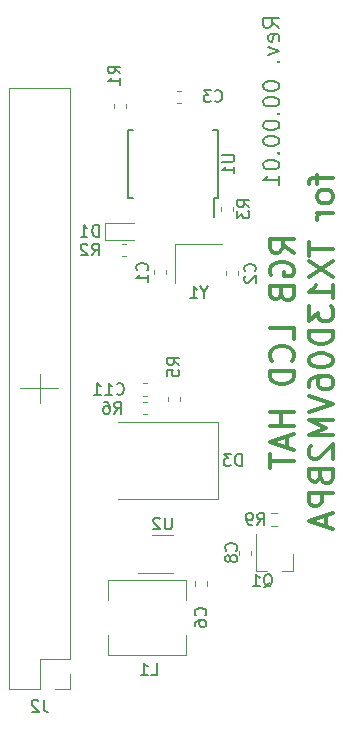
<source format=gbo>
G04 #@! TF.GenerationSoftware,KiCad,Pcbnew,(5.1.4)-1*
G04 #@! TF.CreationDate,2021-02-21T00:03:44+01:00*
G04 #@! TF.ProjectId,rgb_lcd_pihat,7267625f-6c63-4645-9f70-696861742e6b,rev?*
G04 #@! TF.SameCoordinates,Original*
G04 #@! TF.FileFunction,Legend,Bot*
G04 #@! TF.FilePolarity,Positive*
%FSLAX46Y46*%
G04 Gerber Fmt 4.6, Leading zero omitted, Abs format (unit mm)*
G04 Created by KiCad (PCBNEW (5.1.4)-1) date 2021-02-21 00:03:44*
%MOMM*%
%LPD*%
G04 APERTURE LIST*
%ADD10C,0.200000*%
%ADD11C,0.300000*%
%ADD12C,0.120000*%
%ADD13C,0.150000*%
G04 APERTURE END LIST*
D10*
X64033333Y-36966666D02*
X63366666Y-36500000D01*
X64033333Y-36166666D02*
X62633333Y-36166666D01*
X62633333Y-36700000D01*
X62700000Y-36833333D01*
X62766666Y-36900000D01*
X62900000Y-36966666D01*
X63100000Y-36966666D01*
X63233333Y-36900000D01*
X63300000Y-36833333D01*
X63366666Y-36700000D01*
X63366666Y-36166666D01*
X63966666Y-38100000D02*
X64033333Y-37966666D01*
X64033333Y-37700000D01*
X63966666Y-37566666D01*
X63833333Y-37500000D01*
X63300000Y-37500000D01*
X63166666Y-37566666D01*
X63100000Y-37700000D01*
X63100000Y-37966666D01*
X63166666Y-38100000D01*
X63300000Y-38166666D01*
X63433333Y-38166666D01*
X63566666Y-37500000D01*
X63100000Y-38633333D02*
X64033333Y-38966666D01*
X63100000Y-39300000D01*
X63900000Y-39833333D02*
X63966666Y-39900000D01*
X64033333Y-39833333D01*
X63966666Y-39766666D01*
X63900000Y-39833333D01*
X64033333Y-39833333D01*
X62633333Y-41833333D02*
X62633333Y-41966666D01*
X62700000Y-42099999D01*
X62766666Y-42166666D01*
X62900000Y-42233333D01*
X63166666Y-42299999D01*
X63500000Y-42299999D01*
X63766666Y-42233333D01*
X63900000Y-42166666D01*
X63966666Y-42099999D01*
X64033333Y-41966666D01*
X64033333Y-41833333D01*
X63966666Y-41699999D01*
X63900000Y-41633333D01*
X63766666Y-41566666D01*
X63500000Y-41499999D01*
X63166666Y-41499999D01*
X62900000Y-41566666D01*
X62766666Y-41633333D01*
X62700000Y-41699999D01*
X62633333Y-41833333D01*
X62633333Y-43166666D02*
X62633333Y-43299999D01*
X62700000Y-43433333D01*
X62766666Y-43499999D01*
X62900000Y-43566666D01*
X63166666Y-43633333D01*
X63500000Y-43633333D01*
X63766666Y-43566666D01*
X63900000Y-43499999D01*
X63966666Y-43433333D01*
X64033333Y-43299999D01*
X64033333Y-43166666D01*
X63966666Y-43033333D01*
X63900000Y-42966666D01*
X63766666Y-42899999D01*
X63500000Y-42833333D01*
X63166666Y-42833333D01*
X62900000Y-42899999D01*
X62766666Y-42966666D01*
X62700000Y-43033333D01*
X62633333Y-43166666D01*
X63900000Y-44233333D02*
X63966666Y-44299999D01*
X64033333Y-44233333D01*
X63966666Y-44166666D01*
X63900000Y-44233333D01*
X64033333Y-44233333D01*
X62633333Y-45166666D02*
X62633333Y-45299999D01*
X62700000Y-45433333D01*
X62766666Y-45499999D01*
X62900000Y-45566666D01*
X63166666Y-45633333D01*
X63500000Y-45633333D01*
X63766666Y-45566666D01*
X63900000Y-45499999D01*
X63966666Y-45433333D01*
X64033333Y-45299999D01*
X64033333Y-45166666D01*
X63966666Y-45033333D01*
X63900000Y-44966666D01*
X63766666Y-44899999D01*
X63500000Y-44833333D01*
X63166666Y-44833333D01*
X62900000Y-44899999D01*
X62766666Y-44966666D01*
X62700000Y-45033333D01*
X62633333Y-45166666D01*
X62633333Y-46499999D02*
X62633333Y-46633333D01*
X62700000Y-46766666D01*
X62766666Y-46833333D01*
X62900000Y-46899999D01*
X63166666Y-46966666D01*
X63500000Y-46966666D01*
X63766666Y-46899999D01*
X63900000Y-46833333D01*
X63966666Y-46766666D01*
X64033333Y-46633333D01*
X64033333Y-46499999D01*
X63966666Y-46366666D01*
X63900000Y-46299999D01*
X63766666Y-46233333D01*
X63500000Y-46166666D01*
X63166666Y-46166666D01*
X62900000Y-46233333D01*
X62766666Y-46299999D01*
X62700000Y-46366666D01*
X62633333Y-46499999D01*
X63900000Y-47566666D02*
X63966666Y-47633333D01*
X64033333Y-47566666D01*
X63966666Y-47499999D01*
X63900000Y-47566666D01*
X64033333Y-47566666D01*
X62633333Y-48499999D02*
X62633333Y-48633333D01*
X62700000Y-48766666D01*
X62766666Y-48833333D01*
X62900000Y-48899999D01*
X63166666Y-48966666D01*
X63500000Y-48966666D01*
X63766666Y-48899999D01*
X63900000Y-48833333D01*
X63966666Y-48766666D01*
X64033333Y-48633333D01*
X64033333Y-48499999D01*
X63966666Y-48366666D01*
X63900000Y-48299999D01*
X63766666Y-48233333D01*
X63500000Y-48166666D01*
X63166666Y-48166666D01*
X62900000Y-48233333D01*
X62766666Y-48299999D01*
X62700000Y-48366666D01*
X62633333Y-48499999D01*
X64033333Y-50299999D02*
X64033333Y-49499999D01*
X64033333Y-49899999D02*
X62633333Y-49899999D01*
X62833333Y-49766666D01*
X62966666Y-49633333D01*
X63033333Y-49499999D01*
D11*
X65254761Y-56019047D02*
X64302380Y-55352380D01*
X65254761Y-54876190D02*
X63254761Y-54876190D01*
X63254761Y-55638095D01*
X63350000Y-55828571D01*
X63445238Y-55923809D01*
X63635714Y-56019047D01*
X63921428Y-56019047D01*
X64111904Y-55923809D01*
X64207142Y-55828571D01*
X64302380Y-55638095D01*
X64302380Y-54876190D01*
X63350000Y-57923809D02*
X63254761Y-57733333D01*
X63254761Y-57447619D01*
X63350000Y-57161904D01*
X63540476Y-56971428D01*
X63730952Y-56876190D01*
X64111904Y-56780952D01*
X64397619Y-56780952D01*
X64778571Y-56876190D01*
X64969047Y-56971428D01*
X65159523Y-57161904D01*
X65254761Y-57447619D01*
X65254761Y-57638095D01*
X65159523Y-57923809D01*
X65064285Y-58019047D01*
X64397619Y-58019047D01*
X64397619Y-57638095D01*
X64207142Y-59542857D02*
X64302380Y-59828571D01*
X64397619Y-59923809D01*
X64588095Y-60019047D01*
X64873809Y-60019047D01*
X65064285Y-59923809D01*
X65159523Y-59828571D01*
X65254761Y-59638095D01*
X65254761Y-58876190D01*
X63254761Y-58876190D01*
X63254761Y-59542857D01*
X63350000Y-59733333D01*
X63445238Y-59828571D01*
X63635714Y-59923809D01*
X63826190Y-59923809D01*
X64016666Y-59828571D01*
X64111904Y-59733333D01*
X64207142Y-59542857D01*
X64207142Y-58876190D01*
X65254761Y-63352380D02*
X65254761Y-62400000D01*
X63254761Y-62400000D01*
X65064285Y-65161904D02*
X65159523Y-65066666D01*
X65254761Y-64780952D01*
X65254761Y-64590476D01*
X65159523Y-64304761D01*
X64969047Y-64114285D01*
X64778571Y-64019047D01*
X64397619Y-63923809D01*
X64111904Y-63923809D01*
X63730952Y-64019047D01*
X63540476Y-64114285D01*
X63350000Y-64304761D01*
X63254761Y-64590476D01*
X63254761Y-64780952D01*
X63350000Y-65066666D01*
X63445238Y-65161904D01*
X65254761Y-66019047D02*
X63254761Y-66019047D01*
X63254761Y-66495238D01*
X63350000Y-66780952D01*
X63540476Y-66971428D01*
X63730952Y-67066666D01*
X64111904Y-67161904D01*
X64397619Y-67161904D01*
X64778571Y-67066666D01*
X64969047Y-66971428D01*
X65159523Y-66780952D01*
X65254761Y-66495238D01*
X65254761Y-66019047D01*
X65254761Y-69542857D02*
X63254761Y-69542857D01*
X64207142Y-69542857D02*
X64207142Y-70685714D01*
X65254761Y-70685714D02*
X63254761Y-70685714D01*
X64683333Y-71542857D02*
X64683333Y-72495238D01*
X65254761Y-71352380D02*
X63254761Y-72019047D01*
X65254761Y-72685714D01*
X63254761Y-73066666D02*
X63254761Y-74209523D01*
X65254761Y-73638095D02*
X63254761Y-73638095D01*
X67221428Y-49400000D02*
X67221428Y-50161904D01*
X68554761Y-49685714D02*
X66840476Y-49685714D01*
X66650000Y-49780952D01*
X66554761Y-49971428D01*
X66554761Y-50161904D01*
X68554761Y-51114285D02*
X68459523Y-50923809D01*
X68364285Y-50828571D01*
X68173809Y-50733333D01*
X67602380Y-50733333D01*
X67411904Y-50828571D01*
X67316666Y-50923809D01*
X67221428Y-51114285D01*
X67221428Y-51400000D01*
X67316666Y-51590476D01*
X67411904Y-51685714D01*
X67602380Y-51780952D01*
X68173809Y-51780952D01*
X68364285Y-51685714D01*
X68459523Y-51590476D01*
X68554761Y-51400000D01*
X68554761Y-51114285D01*
X68554761Y-52638095D02*
X67221428Y-52638095D01*
X67602380Y-52638095D02*
X67411904Y-52733333D01*
X67316666Y-52828571D01*
X67221428Y-53019047D01*
X67221428Y-53209523D01*
X66554761Y-55114285D02*
X66554761Y-56257142D01*
X68554761Y-55685714D02*
X66554761Y-55685714D01*
X66554761Y-56733333D02*
X68554761Y-58066666D01*
X66554761Y-58066666D02*
X68554761Y-56733333D01*
X68554761Y-59876190D02*
X68554761Y-58733333D01*
X68554761Y-59304761D02*
X66554761Y-59304761D01*
X66840476Y-59114285D01*
X67030952Y-58923809D01*
X67126190Y-58733333D01*
X66554761Y-60542857D02*
X66554761Y-61780952D01*
X67316666Y-61114285D01*
X67316666Y-61400000D01*
X67411904Y-61590476D01*
X67507142Y-61685714D01*
X67697619Y-61780952D01*
X68173809Y-61780952D01*
X68364285Y-61685714D01*
X68459523Y-61590476D01*
X68554761Y-61400000D01*
X68554761Y-60828571D01*
X68459523Y-60638095D01*
X68364285Y-60542857D01*
X68554761Y-62638095D02*
X66554761Y-62638095D01*
X66554761Y-63114285D01*
X66650000Y-63400000D01*
X66840476Y-63590476D01*
X67030952Y-63685714D01*
X67411904Y-63780952D01*
X67697619Y-63780952D01*
X68078571Y-63685714D01*
X68269047Y-63590476D01*
X68459523Y-63400000D01*
X68554761Y-63114285D01*
X68554761Y-62638095D01*
X66554761Y-65019047D02*
X66554761Y-65209523D01*
X66650000Y-65399999D01*
X66745238Y-65495238D01*
X66935714Y-65590476D01*
X67316666Y-65685714D01*
X67792857Y-65685714D01*
X68173809Y-65590476D01*
X68364285Y-65495238D01*
X68459523Y-65399999D01*
X68554761Y-65209523D01*
X68554761Y-65019047D01*
X68459523Y-64828571D01*
X68364285Y-64733333D01*
X68173809Y-64638095D01*
X67792857Y-64542857D01*
X67316666Y-64542857D01*
X66935714Y-64638095D01*
X66745238Y-64733333D01*
X66650000Y-64828571D01*
X66554761Y-65019047D01*
X66554761Y-67400000D02*
X66554761Y-67019047D01*
X66650000Y-66828571D01*
X66745238Y-66733333D01*
X67030952Y-66542857D01*
X67411904Y-66447619D01*
X68173809Y-66447619D01*
X68364285Y-66542857D01*
X68459523Y-66638095D01*
X68554761Y-66828571D01*
X68554761Y-67209523D01*
X68459523Y-67400000D01*
X68364285Y-67495238D01*
X68173809Y-67590476D01*
X67697619Y-67590476D01*
X67507142Y-67495238D01*
X67411904Y-67400000D01*
X67316666Y-67209523D01*
X67316666Y-66828571D01*
X67411904Y-66638095D01*
X67507142Y-66542857D01*
X67697619Y-66447619D01*
X66554761Y-68161904D02*
X68554761Y-68828571D01*
X66554761Y-69495238D01*
X68554761Y-70161904D02*
X66554761Y-70161904D01*
X67983333Y-70828571D01*
X66554761Y-71495238D01*
X68554761Y-71495238D01*
X66745238Y-72352380D02*
X66650000Y-72447619D01*
X66554761Y-72638095D01*
X66554761Y-73114285D01*
X66650000Y-73304761D01*
X66745238Y-73400000D01*
X66935714Y-73495238D01*
X67126190Y-73495238D01*
X67411904Y-73400000D01*
X68554761Y-72257142D01*
X68554761Y-73495238D01*
X67507142Y-75019047D02*
X67602380Y-75304761D01*
X67697619Y-75400000D01*
X67888095Y-75495238D01*
X68173809Y-75495238D01*
X68364285Y-75400000D01*
X68459523Y-75304761D01*
X68554761Y-75114285D01*
X68554761Y-74352380D01*
X66554761Y-74352380D01*
X66554761Y-75019047D01*
X66650000Y-75209523D01*
X66745238Y-75304761D01*
X66935714Y-75400000D01*
X67126190Y-75400000D01*
X67316666Y-75304761D01*
X67411904Y-75209523D01*
X67507142Y-75019047D01*
X67507142Y-74352380D01*
X68554761Y-76352380D02*
X66554761Y-76352380D01*
X66554761Y-77114285D01*
X66650000Y-77304761D01*
X66745238Y-77400000D01*
X66935714Y-77495238D01*
X67221428Y-77495238D01*
X67411904Y-77400000D01*
X67507142Y-77304761D01*
X67602380Y-77114285D01*
X67602380Y-76352380D01*
X67983333Y-78257142D02*
X67983333Y-79209523D01*
X68554761Y-78066666D02*
X66554761Y-78733333D01*
X68554761Y-79400000D01*
D12*
X63345276Y-79122500D02*
X63854724Y-79122500D01*
X63345276Y-78077500D02*
X63854724Y-78077500D01*
X65180000Y-82960000D02*
X64250000Y-82960000D01*
X62020000Y-82960000D02*
X62950000Y-82960000D01*
X62020000Y-82960000D02*
X62020000Y-79800000D01*
X65180000Y-82960000D02*
X65180000Y-81500000D01*
X51010000Y-43746267D02*
X51010000Y-43403733D01*
X49990000Y-43746267D02*
X49990000Y-43403733D01*
X55200000Y-58600000D02*
X55200000Y-55300000D01*
X55200000Y-55300000D02*
X59200000Y-55300000D01*
X43750000Y-68760000D02*
X43750000Y-66260000D01*
X42100000Y-67510000D02*
X45300000Y-67510000D01*
X45000000Y-92990000D02*
X46330000Y-92990000D01*
X46330000Y-92990000D02*
X46330000Y-91660000D01*
X43730000Y-92990000D02*
X43730000Y-90390000D01*
X43730000Y-90390000D02*
X46330000Y-90390000D01*
X46330000Y-90390000D02*
X46330000Y-42070000D01*
X41130000Y-42070000D02*
X46330000Y-42070000D01*
X41130000Y-92990000D02*
X41130000Y-42070000D01*
X41130000Y-92990000D02*
X43730000Y-92990000D01*
X52846267Y-67090000D02*
X52503733Y-67090000D01*
X52846267Y-68110000D02*
X52503733Y-68110000D01*
X53390000Y-57503733D02*
X53390000Y-57846267D01*
X54410000Y-57503733D02*
X54410000Y-57846267D01*
X59490000Y-57603733D02*
X59490000Y-57946267D01*
X60510000Y-57603733D02*
X60510000Y-57946267D01*
X55353733Y-42290000D02*
X55696267Y-42290000D01*
X55353733Y-43310000D02*
X55696267Y-43310000D01*
X57910000Y-83853733D02*
X57910000Y-84196267D01*
X56890000Y-83853733D02*
X56890000Y-84196267D01*
X60590000Y-81253733D02*
X60590000Y-81596267D01*
X61610000Y-81253733D02*
X61610000Y-81596267D01*
X51725000Y-54935000D02*
X49265000Y-54935000D01*
X49265000Y-54935000D02*
X49265000Y-53465000D01*
X49265000Y-53465000D02*
X51725000Y-53465000D01*
X49550000Y-83700000D02*
X49550000Y-85400000D01*
X56150000Y-83700000D02*
X49550000Y-83700000D01*
X56150000Y-85400000D02*
X56150000Y-83700000D01*
X56150000Y-90100000D02*
X56150000Y-88400000D01*
X49550000Y-90100000D02*
X56150000Y-90100000D01*
X49550000Y-88400000D02*
X49550000Y-90100000D01*
X51046267Y-55290000D02*
X50703733Y-55290000D01*
X51046267Y-56310000D02*
X50703733Y-56310000D01*
X60110000Y-52496267D02*
X60110000Y-52153733D01*
X59090000Y-52496267D02*
X59090000Y-52153733D01*
X54590000Y-68596267D02*
X54590000Y-68253733D01*
X55610000Y-68596267D02*
X55610000Y-68253733D01*
X52846267Y-68690000D02*
X52503733Y-68690000D01*
X52846267Y-69710000D02*
X52503733Y-69710000D01*
D13*
X58475000Y-51375000D02*
X58475000Y-52975000D01*
X51175000Y-51375000D02*
X51175000Y-45625000D01*
X58825000Y-51375000D02*
X58825000Y-45625000D01*
X51175000Y-51375000D02*
X51625000Y-51375000D01*
X51175000Y-45625000D02*
X51625000Y-45625000D01*
X58825000Y-45625000D02*
X58375000Y-45625000D01*
X58825000Y-51375000D02*
X58475000Y-51375000D01*
D12*
X55050000Y-83160000D02*
X52100000Y-83160000D01*
X53250000Y-79940000D02*
X55050000Y-79940000D01*
X58800000Y-70350000D02*
X50400000Y-70350000D01*
X58800000Y-76850000D02*
X50400000Y-76850000D01*
X58800000Y-76850000D02*
X58800000Y-70350000D01*
D13*
X62166666Y-79052380D02*
X62500000Y-78576190D01*
X62738095Y-79052380D02*
X62738095Y-78052380D01*
X62357142Y-78052380D01*
X62261904Y-78100000D01*
X62214285Y-78147619D01*
X62166666Y-78242857D01*
X62166666Y-78385714D01*
X62214285Y-78480952D01*
X62261904Y-78528571D01*
X62357142Y-78576190D01*
X62738095Y-78576190D01*
X61690476Y-79052380D02*
X61500000Y-79052380D01*
X61404761Y-79004761D01*
X61357142Y-78957142D01*
X61261904Y-78814285D01*
X61214285Y-78623809D01*
X61214285Y-78242857D01*
X61261904Y-78147619D01*
X61309523Y-78100000D01*
X61404761Y-78052380D01*
X61595238Y-78052380D01*
X61690476Y-78100000D01*
X61738095Y-78147619D01*
X61785714Y-78242857D01*
X61785714Y-78480952D01*
X61738095Y-78576190D01*
X61690476Y-78623809D01*
X61595238Y-78671428D01*
X61404761Y-78671428D01*
X61309523Y-78623809D01*
X61261904Y-78576190D01*
X61214285Y-78480952D01*
X62695238Y-84347619D02*
X62790476Y-84300000D01*
X62885714Y-84204761D01*
X63028571Y-84061904D01*
X63123809Y-84014285D01*
X63219047Y-84014285D01*
X63171428Y-84252380D02*
X63266666Y-84204761D01*
X63361904Y-84109523D01*
X63409523Y-83919047D01*
X63409523Y-83585714D01*
X63361904Y-83395238D01*
X63266666Y-83300000D01*
X63171428Y-83252380D01*
X62980952Y-83252380D01*
X62885714Y-83300000D01*
X62790476Y-83395238D01*
X62742857Y-83585714D01*
X62742857Y-83919047D01*
X62790476Y-84109523D01*
X62885714Y-84204761D01*
X62980952Y-84252380D01*
X63171428Y-84252380D01*
X61790476Y-84252380D02*
X62361904Y-84252380D01*
X62076190Y-84252380D02*
X62076190Y-83252380D01*
X62171428Y-83395238D01*
X62266666Y-83490476D01*
X62361904Y-83538095D01*
X50552380Y-40833333D02*
X50076190Y-40500000D01*
X50552380Y-40261904D02*
X49552380Y-40261904D01*
X49552380Y-40642857D01*
X49600000Y-40738095D01*
X49647619Y-40785714D01*
X49742857Y-40833333D01*
X49885714Y-40833333D01*
X49980952Y-40785714D01*
X50028571Y-40738095D01*
X50076190Y-40642857D01*
X50076190Y-40261904D01*
X50552380Y-41785714D02*
X50552380Y-41214285D01*
X50552380Y-41500000D02*
X49552380Y-41500000D01*
X49695238Y-41404761D01*
X49790476Y-41309523D01*
X49838095Y-41214285D01*
X57676190Y-59376190D02*
X57676190Y-59852380D01*
X58009523Y-58852380D02*
X57676190Y-59376190D01*
X57342857Y-58852380D01*
X56485714Y-59852380D02*
X57057142Y-59852380D01*
X56771428Y-59852380D02*
X56771428Y-58852380D01*
X56866666Y-58995238D01*
X56961904Y-59090476D01*
X57057142Y-59138095D01*
X44063333Y-93882380D02*
X44063333Y-94596666D01*
X44110952Y-94739523D01*
X44206190Y-94834761D01*
X44349047Y-94882380D01*
X44444285Y-94882380D01*
X43634761Y-93977619D02*
X43587142Y-93930000D01*
X43491904Y-93882380D01*
X43253809Y-93882380D01*
X43158571Y-93930000D01*
X43110952Y-93977619D01*
X43063333Y-94072857D01*
X43063333Y-94168095D01*
X43110952Y-94310952D01*
X43682380Y-94882380D01*
X43063333Y-94882380D01*
X50242857Y-67957142D02*
X50290476Y-68004761D01*
X50433333Y-68052380D01*
X50528571Y-68052380D01*
X50671428Y-68004761D01*
X50766666Y-67909523D01*
X50814285Y-67814285D01*
X50861904Y-67623809D01*
X50861904Y-67480952D01*
X50814285Y-67290476D01*
X50766666Y-67195238D01*
X50671428Y-67100000D01*
X50528571Y-67052380D01*
X50433333Y-67052380D01*
X50290476Y-67100000D01*
X50242857Y-67147619D01*
X49290476Y-68052380D02*
X49861904Y-68052380D01*
X49576190Y-68052380D02*
X49576190Y-67052380D01*
X49671428Y-67195238D01*
X49766666Y-67290476D01*
X49861904Y-67338095D01*
X48338095Y-68052380D02*
X48909523Y-68052380D01*
X48623809Y-68052380D02*
X48623809Y-67052380D01*
X48719047Y-67195238D01*
X48814285Y-67290476D01*
X48909523Y-67338095D01*
X52827142Y-57508333D02*
X52874761Y-57460714D01*
X52922380Y-57317857D01*
X52922380Y-57222619D01*
X52874761Y-57079761D01*
X52779523Y-56984523D01*
X52684285Y-56936904D01*
X52493809Y-56889285D01*
X52350952Y-56889285D01*
X52160476Y-56936904D01*
X52065238Y-56984523D01*
X51970000Y-57079761D01*
X51922380Y-57222619D01*
X51922380Y-57317857D01*
X51970000Y-57460714D01*
X52017619Y-57508333D01*
X52922380Y-58460714D02*
X52922380Y-57889285D01*
X52922380Y-58175000D02*
X51922380Y-58175000D01*
X52065238Y-58079761D01*
X52160476Y-57984523D01*
X52208095Y-57889285D01*
X61957142Y-57608333D02*
X62004761Y-57560714D01*
X62052380Y-57417857D01*
X62052380Y-57322619D01*
X62004761Y-57179761D01*
X61909523Y-57084523D01*
X61814285Y-57036904D01*
X61623809Y-56989285D01*
X61480952Y-56989285D01*
X61290476Y-57036904D01*
X61195238Y-57084523D01*
X61100000Y-57179761D01*
X61052380Y-57322619D01*
X61052380Y-57417857D01*
X61100000Y-57560714D01*
X61147619Y-57608333D01*
X61147619Y-57989285D02*
X61100000Y-58036904D01*
X61052380Y-58132142D01*
X61052380Y-58370238D01*
X61100000Y-58465476D01*
X61147619Y-58513095D01*
X61242857Y-58560714D01*
X61338095Y-58560714D01*
X61480952Y-58513095D01*
X62052380Y-57941666D01*
X62052380Y-58560714D01*
X58566666Y-43157142D02*
X58614285Y-43204761D01*
X58757142Y-43252380D01*
X58852380Y-43252380D01*
X58995238Y-43204761D01*
X59090476Y-43109523D01*
X59138095Y-43014285D01*
X59185714Y-42823809D01*
X59185714Y-42680952D01*
X59138095Y-42490476D01*
X59090476Y-42395238D01*
X58995238Y-42300000D01*
X58852380Y-42252380D01*
X58757142Y-42252380D01*
X58614285Y-42300000D01*
X58566666Y-42347619D01*
X58233333Y-42252380D02*
X57614285Y-42252380D01*
X57947619Y-42633333D01*
X57804761Y-42633333D01*
X57709523Y-42680952D01*
X57661904Y-42728571D01*
X57614285Y-42823809D01*
X57614285Y-43061904D01*
X57661904Y-43157142D01*
X57709523Y-43204761D01*
X57804761Y-43252380D01*
X58090476Y-43252380D01*
X58185714Y-43204761D01*
X58233333Y-43157142D01*
X57757142Y-86733333D02*
X57804761Y-86685714D01*
X57852380Y-86542857D01*
X57852380Y-86447619D01*
X57804761Y-86304761D01*
X57709523Y-86209523D01*
X57614285Y-86161904D01*
X57423809Y-86114285D01*
X57280952Y-86114285D01*
X57090476Y-86161904D01*
X56995238Y-86209523D01*
X56900000Y-86304761D01*
X56852380Y-86447619D01*
X56852380Y-86542857D01*
X56900000Y-86685714D01*
X56947619Y-86733333D01*
X56852380Y-87590476D02*
X56852380Y-87400000D01*
X56900000Y-87304761D01*
X56947619Y-87257142D01*
X57090476Y-87161904D01*
X57280952Y-87114285D01*
X57661904Y-87114285D01*
X57757142Y-87161904D01*
X57804761Y-87209523D01*
X57852380Y-87304761D01*
X57852380Y-87495238D01*
X57804761Y-87590476D01*
X57757142Y-87638095D01*
X57661904Y-87685714D01*
X57423809Y-87685714D01*
X57328571Y-87638095D01*
X57280952Y-87590476D01*
X57233333Y-87495238D01*
X57233333Y-87304761D01*
X57280952Y-87209523D01*
X57328571Y-87161904D01*
X57423809Y-87114285D01*
X60357142Y-81233333D02*
X60404761Y-81185714D01*
X60452380Y-81042857D01*
X60452380Y-80947619D01*
X60404761Y-80804761D01*
X60309523Y-80709523D01*
X60214285Y-80661904D01*
X60023809Y-80614285D01*
X59880952Y-80614285D01*
X59690476Y-80661904D01*
X59595238Y-80709523D01*
X59500000Y-80804761D01*
X59452380Y-80947619D01*
X59452380Y-81042857D01*
X59500000Y-81185714D01*
X59547619Y-81233333D01*
X59880952Y-81804761D02*
X59833333Y-81709523D01*
X59785714Y-81661904D01*
X59690476Y-81614285D01*
X59642857Y-81614285D01*
X59547619Y-81661904D01*
X59500000Y-81709523D01*
X59452380Y-81804761D01*
X59452380Y-81995238D01*
X59500000Y-82090476D01*
X59547619Y-82138095D01*
X59642857Y-82185714D01*
X59690476Y-82185714D01*
X59785714Y-82138095D01*
X59833333Y-82090476D01*
X59880952Y-81995238D01*
X59880952Y-81804761D01*
X59928571Y-81709523D01*
X59976190Y-81661904D01*
X60071428Y-81614285D01*
X60261904Y-81614285D01*
X60357142Y-81661904D01*
X60404761Y-81709523D01*
X60452380Y-81804761D01*
X60452380Y-81995238D01*
X60404761Y-82090476D01*
X60357142Y-82138095D01*
X60261904Y-82185714D01*
X60071428Y-82185714D01*
X59976190Y-82138095D01*
X59928571Y-82090476D01*
X59880952Y-81995238D01*
X48738095Y-54652380D02*
X48738095Y-53652380D01*
X48500000Y-53652380D01*
X48357142Y-53700000D01*
X48261904Y-53795238D01*
X48214285Y-53890476D01*
X48166666Y-54080952D01*
X48166666Y-54223809D01*
X48214285Y-54414285D01*
X48261904Y-54509523D01*
X48357142Y-54604761D01*
X48500000Y-54652380D01*
X48738095Y-54652380D01*
X47214285Y-54652380D02*
X47785714Y-54652380D01*
X47500000Y-54652380D02*
X47500000Y-53652380D01*
X47595238Y-53795238D01*
X47690476Y-53890476D01*
X47785714Y-53938095D01*
X53166666Y-91752380D02*
X53642857Y-91752380D01*
X53642857Y-90752380D01*
X52309523Y-91752380D02*
X52880952Y-91752380D01*
X52595238Y-91752380D02*
X52595238Y-90752380D01*
X52690476Y-90895238D01*
X52785714Y-90990476D01*
X52880952Y-91038095D01*
X48166666Y-56252380D02*
X48500000Y-55776190D01*
X48738095Y-56252380D02*
X48738095Y-55252380D01*
X48357142Y-55252380D01*
X48261904Y-55300000D01*
X48214285Y-55347619D01*
X48166666Y-55442857D01*
X48166666Y-55585714D01*
X48214285Y-55680952D01*
X48261904Y-55728571D01*
X48357142Y-55776190D01*
X48738095Y-55776190D01*
X47785714Y-55347619D02*
X47738095Y-55300000D01*
X47642857Y-55252380D01*
X47404761Y-55252380D01*
X47309523Y-55300000D01*
X47261904Y-55347619D01*
X47214285Y-55442857D01*
X47214285Y-55538095D01*
X47261904Y-55680952D01*
X47833333Y-56252380D01*
X47214285Y-56252380D01*
X61482380Y-52158333D02*
X61006190Y-51825000D01*
X61482380Y-51586904D02*
X60482380Y-51586904D01*
X60482380Y-51967857D01*
X60530000Y-52063095D01*
X60577619Y-52110714D01*
X60672857Y-52158333D01*
X60815714Y-52158333D01*
X60910952Y-52110714D01*
X60958571Y-52063095D01*
X61006190Y-51967857D01*
X61006190Y-51586904D01*
X60482380Y-52491666D02*
X60482380Y-53110714D01*
X60863333Y-52777380D01*
X60863333Y-52920238D01*
X60910952Y-53015476D01*
X60958571Y-53063095D01*
X61053809Y-53110714D01*
X61291904Y-53110714D01*
X61387142Y-53063095D01*
X61434761Y-53015476D01*
X61482380Y-52920238D01*
X61482380Y-52634523D01*
X61434761Y-52539285D01*
X61387142Y-52491666D01*
X55552380Y-65533333D02*
X55076190Y-65200000D01*
X55552380Y-64961904D02*
X54552380Y-64961904D01*
X54552380Y-65342857D01*
X54600000Y-65438095D01*
X54647619Y-65485714D01*
X54742857Y-65533333D01*
X54885714Y-65533333D01*
X54980952Y-65485714D01*
X55028571Y-65438095D01*
X55076190Y-65342857D01*
X55076190Y-64961904D01*
X54552380Y-66438095D02*
X54552380Y-65961904D01*
X55028571Y-65914285D01*
X54980952Y-65961904D01*
X54933333Y-66057142D01*
X54933333Y-66295238D01*
X54980952Y-66390476D01*
X55028571Y-66438095D01*
X55123809Y-66485714D01*
X55361904Y-66485714D01*
X55457142Y-66438095D01*
X55504761Y-66390476D01*
X55552380Y-66295238D01*
X55552380Y-66057142D01*
X55504761Y-65961904D01*
X55457142Y-65914285D01*
X50066666Y-69652380D02*
X50400000Y-69176190D01*
X50638095Y-69652380D02*
X50638095Y-68652380D01*
X50257142Y-68652380D01*
X50161904Y-68700000D01*
X50114285Y-68747619D01*
X50066666Y-68842857D01*
X50066666Y-68985714D01*
X50114285Y-69080952D01*
X50161904Y-69128571D01*
X50257142Y-69176190D01*
X50638095Y-69176190D01*
X49209523Y-68652380D02*
X49400000Y-68652380D01*
X49495238Y-68700000D01*
X49542857Y-68747619D01*
X49638095Y-68890476D01*
X49685714Y-69080952D01*
X49685714Y-69461904D01*
X49638095Y-69557142D01*
X49590476Y-69604761D01*
X49495238Y-69652380D01*
X49304761Y-69652380D01*
X49209523Y-69604761D01*
X49161904Y-69557142D01*
X49114285Y-69461904D01*
X49114285Y-69223809D01*
X49161904Y-69128571D01*
X49209523Y-69080952D01*
X49304761Y-69033333D01*
X49495238Y-69033333D01*
X49590476Y-69080952D01*
X49638095Y-69128571D01*
X49685714Y-69223809D01*
X59202380Y-47738095D02*
X60011904Y-47738095D01*
X60107142Y-47785714D01*
X60154761Y-47833333D01*
X60202380Y-47928571D01*
X60202380Y-48119047D01*
X60154761Y-48214285D01*
X60107142Y-48261904D01*
X60011904Y-48309523D01*
X59202380Y-48309523D01*
X60202380Y-49309523D02*
X60202380Y-48738095D01*
X60202380Y-49023809D02*
X59202380Y-49023809D01*
X59345238Y-48928571D01*
X59440476Y-48833333D01*
X59488095Y-48738095D01*
X54911904Y-78452380D02*
X54911904Y-79261904D01*
X54864285Y-79357142D01*
X54816666Y-79404761D01*
X54721428Y-79452380D01*
X54530952Y-79452380D01*
X54435714Y-79404761D01*
X54388095Y-79357142D01*
X54340476Y-79261904D01*
X54340476Y-78452380D01*
X53911904Y-78547619D02*
X53864285Y-78500000D01*
X53769047Y-78452380D01*
X53530952Y-78452380D01*
X53435714Y-78500000D01*
X53388095Y-78547619D01*
X53340476Y-78642857D01*
X53340476Y-78738095D01*
X53388095Y-78880952D01*
X53959523Y-79452380D01*
X53340476Y-79452380D01*
X60838095Y-74052380D02*
X60838095Y-73052380D01*
X60600000Y-73052380D01*
X60457142Y-73100000D01*
X60361904Y-73195238D01*
X60314285Y-73290476D01*
X60266666Y-73480952D01*
X60266666Y-73623809D01*
X60314285Y-73814285D01*
X60361904Y-73909523D01*
X60457142Y-74004761D01*
X60600000Y-74052380D01*
X60838095Y-74052380D01*
X59933333Y-73052380D02*
X59314285Y-73052380D01*
X59647619Y-73433333D01*
X59504761Y-73433333D01*
X59409523Y-73480952D01*
X59361904Y-73528571D01*
X59314285Y-73623809D01*
X59314285Y-73861904D01*
X59361904Y-73957142D01*
X59409523Y-74004761D01*
X59504761Y-74052380D01*
X59790476Y-74052380D01*
X59885714Y-74004761D01*
X59933333Y-73957142D01*
M02*

</source>
